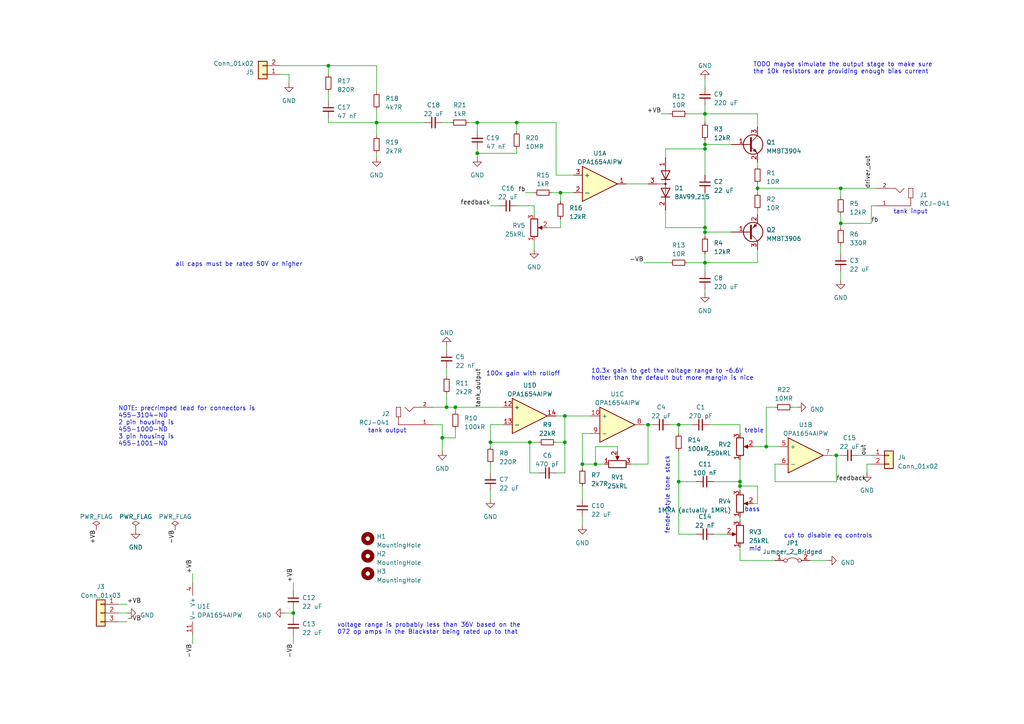
<source format=kicad_sch>
(kicad_sch (version 20230121) (generator eeschema)
  (paper "A4")
  (lib_symbols
    (symbol "Connector_Generic:Conn_01x02" (pin_names (offset 1.016) hide)
      (property "Reference" "J" (at 0 2.54 0))
      (property "Value" "Conn_01x02" (at 0 -5.08 0))
      (symbol "Conn_01x02_1_1"
        (rectangle (start -1.27 -2.413) (end 0 -2.667) (stroke (width 0.1524)))
        (rectangle (start -1.27 0.127) (end 0 -0.127) (stroke (width 0.1524)))
        (rectangle (start -1.27 1.27) (end 1.27 -3.81) (stroke (width 0.254)) (fill (type background)))
        (pin passive line (at -5.08 0 0) (length 3.81) (name "Pin_1") (number "1"))
        (pin passive line (at -5.08 -2.54 0) (length 3.81) (name "Pin_2") (number "2"))
      )
    )
    (symbol "Connector_Generic:Conn_01x03" (pin_names (offset 1.016) hide)
      (property "Reference" "J" (at 0 5.08 0))
      (property "Value" "Conn_01x03" (at 0 -5.08 0))
      (symbol "Conn_01x03_1_1"
        (rectangle (start -1.27 -2.413) (end 0 -2.667) (stroke (width 0.1524)))
        (rectangle (start -1.27 0.127) (end 0 -0.127) (stroke (width 0.1524)))
        (rectangle (start -1.27 2.667) (end 0 2.413) (stroke (width 0.1524)))
        (rectangle (start -1.27 3.81) (end 1.27 -3.81) (stroke (width 0.254)) (fill (type background)))
        (pin passive line (at -5.08 2.54 0) (length 3.81) (name "Pin_1") (number "1"))
        (pin passive line (at -5.08 0 0) (length 3.81) (name "Pin_2") (number "2"))
        (pin passive line (at -5.08 -2.54 0) (length 3.81) (name "Pin_3") (number "3"))
      )
    )
    (symbol "Device:C_Small" (pin_numbers hide) (pin_names (offset 0.254) hide)
      (property "Reference" "C" (at 0.254 1.778 0))
      (property "Value" "C_Small" (at 0.254 -2.032 0))
      (symbol "C_Small_0_1"
        (polyline (pts (xy -1.524 -0.508) (xy 1.524 -0.508)) (stroke (width 0.3302)))
        (polyline (pts (xy -1.524 0.508) (xy 1.524 0.508)) (stroke (width 0.3048)))
      )
      (symbol "C_Small_1_1"
        (pin passive line (at 0 2.54 270) (length 2.032) (name "~") (number "1"))
        (pin passive line (at 0 -2.54 90) (length 2.032) (name "~") (number "2"))
      )
    )
    (symbol "Device:D_Dual_Series_AKC" (pin_names (offset 0.762) hide)
      (property "Reference" "D" (at 1.27 -2.54 0))
      (property "Value" "D_Dual_Series_AKC" (at 0 2.54 0))
      (symbol "D_Dual_Series_AKC_0_1"
        (polyline (pts (xy -3.81 0) (xy 3.81 0)))
        (polyline (pts (xy 0 0) (xy 0 -2.54)))
        (polyline (pts (xy 6.35 0) (xy 7.62 0)))
        (polyline (pts (xy -1.27 -1.27) (xy -1.27 1.27) (xy -1.27 1.27)) (stroke (width 0.254)))
        (polyline (pts (xy 3.81 1.27) (xy 3.81 -1.27) (xy 3.81 -1.27)) (stroke (width 0.254)))
        (polyline (pts (xy -3.81 1.27) (xy -1.27 0) (xy -3.81 -1.27) (xy -3.81 1.27) (xy -3.81 1.27) (xy -3.81 1.27)) (stroke (width 0.254)))
        (polyline (pts (xy 1.27 1.27) (xy 3.81 0) (xy 1.27 -1.27) (xy 1.27 1.27) (xy 1.27 1.27) (xy 1.27 1.27)) (stroke (width 0.254)))
        (circle (center 0 0) (radius 0.254) (fill (type outline)))
        (pin passive line (at -7.62 0 0) (length 3.81) (name "A") (number "1"))
        (pin passive line (at 7.62 0 180) (length 3.81) (name "K") (number "2"))
        (pin passive line (at 0 -5.08 90) (length 2.54) (name "common") (number "3"))
      )
    )
    (symbol "Device:Opamp_Quad"
      (property "Reference" "U" (at 0 5.08 0))
      (property "Value" "Opamp_Quad" (at 0 -5.08 0))
      (symbol "Opamp_Quad_1_1"
        (polyline (pts (xy -5.08 5.08) (xy 5.08 0) (xy -5.08 -5.08) (xy -5.08 5.08)) (stroke (width 0.254)) (fill (type background)))
        (pin output line (at 7.62 0 180) (length 2.54) (name "~") (number "1"))
        (pin input line (at -7.62 -2.54 0) (length 2.54) (name "-") (number "2"))
        (pin input line (at -7.62 2.54 0) (length 2.54) (name "+") (number "3"))
      )
      (symbol "Opamp_Quad_2_1"
        (polyline (pts (xy -5.08 5.08) (xy 5.08 0) (xy -5.08 -5.08) (xy -5.08 5.08)) (stroke (width 0.254)) (fill (type background)))
        (pin input line (at -7.62 2.54 0) (length 2.54) (name "+") (number "5"))
        (pin input line (at -7.62 -2.54 0) (length 2.54) (name "-") (number "6"))
        (pin output line (at 7.62 0 180) (length 2.54) (name "~") (number "7"))
      )
      (symbol "Opamp_Quad_3_1"
        (polyline (pts (xy -5.08 5.08) (xy 5.08 0) (xy -5.08 -5.08) (xy -5.08 5.08)) (stroke (width 0.254)) (fill (type background)))
        (pin input line (at -7.62 2.54 0) (length 2.54) (name "+") (number "10"))
        (pin output line (at 7.62 0 180) (length 2.54) (name "~") (number "8"))
        (pin input line (at -7.62 -2.54 0) (length 2.54) (name "-") (number "9"))
      )
      (symbol "Opamp_Quad_4_1"
        (polyline (pts (xy -5.08 5.08) (xy 5.08 0) (xy -5.08 -5.08) (xy -5.08 5.08)) (stroke (width 0.254)) (fill (type background)))
        (pin input line (at -7.62 2.54 0) (length 2.54) (name "+") (number "12"))
        (pin input line (at -7.62 -2.54 0) (length 2.54) (name "-") (number "13"))
        (pin output line (at 7.62 0 180) (length 2.54) (name "~") (number "14"))
      )
      (symbol "Opamp_Quad_5_1"
        (pin power_in line (at -2.54 -7.62 90) (length 3.81) (name "V-") (number "11"))
        (pin power_in line (at -2.54 7.62 270) (length 3.81) (name "V+") (number "4"))
      )
    )
    (symbol "Device:Q_NPN_BEC" (pin_names (offset 0) hide)
      (property "Reference" "Q" (at 5.08 1.27 0))
      (property "Value" "Q_NPN_BEC" (at 5.08 -1.27 0))
      (symbol "Q_NPN_BEC_0_1"
        (polyline (pts (xy 0.635 0.635) (xy 2.54 2.54)))
        (polyline (pts (xy 0.635 -0.635) (xy 2.54 -2.54) (xy 2.54 -2.54)))
        (polyline (pts (xy 0.635 1.905) (xy 0.635 -1.905) (xy 0.635 -1.905)) (stroke (width 0.508)))
        (polyline (pts (xy 1.27 -1.778) (xy 1.778 -1.27) (xy 2.286 -2.286) (xy 1.27 -1.778) (xy 1.27 -1.778)) (fill (type outline)))
        (circle (center 1.27 0) (radius 2.8194) (stroke (width 0.254)))
      )
      (symbol "Q_NPN_BEC_1_1"
        (pin input line (at -5.08 0 0) (length 5.715) (name "B") (number "1"))
        (pin passive line (at 2.54 -5.08 90) (length 2.54) (name "E") (number "2"))
        (pin passive line (at 2.54 5.08 270) (length 2.54) (name "C") (number "3"))
      )
    )
    (symbol "Device:Q_PNP_BEC" (pin_names (offset 0) hide)
      (property "Reference" "Q" (at 5.08 1.27 0))
      (property "Value" "Q_PNP_BEC" (at 5.08 -1.27 0))
      (symbol "Q_PNP_BEC_0_1"
        (polyline (pts (xy 0.635 0.635) (xy 2.54 2.54)))
        (polyline (pts (xy 0.635 -0.635) (xy 2.54 -2.54) (xy 2.54 -2.54)))
        (polyline (pts (xy 0.635 1.905) (xy 0.635 -1.905) (xy 0.635 -1.905)) (stroke (width 0.508)))
        (polyline (pts (xy 2.286 -1.778) (xy 1.778 -2.286) (xy 1.27 -1.27) (xy 2.286 -1.778) (xy 2.286 -1.778)) (fill (type outline)))
        (circle (center 1.27 0) (radius 2.8194) (stroke (width 0.254)))
      )
      (symbol "Q_PNP_BEC_1_1"
        (pin input line (at -5.08 0 0) (length 5.715) (name "B") (number "1"))
        (pin passive line (at 2.54 -5.08 90) (length 2.54) (name "E") (number "2"))
        (pin passive line (at 2.54 5.08 270) (length 2.54) (name "C") (number "3"))
      )
    )
    (symbol "Device:R_Potentiometer" (pin_names (offset 1.016) hide)
      (property "Reference" "RV" (at -4.445 0 90))
      (property "Value" "R_Potentiometer" (at -2.54 0 90))
      (symbol "R_Potentiometer_0_1"
        (polyline (pts (xy 2.54 0) (xy 1.524 0)))
        (polyline (pts (xy 1.143 0) (xy 2.286 0.508) (xy 2.286 -0.508) (xy 1.143 0)) (fill (type outline)))
        (rectangle (start 1.016 2.54) (end -1.016 -2.54) (stroke (width 0.254)))
      )
      (symbol "R_Potentiometer_1_1"
        (pin passive line (at 0 3.81 270) (length 1.27) (name "1") (number "1"))
        (pin passive line (at 3.81 0 180) (length 1.27) (name "2") (number "2"))
        (pin passive line (at 0 -3.81 90) (length 1.27) (name "3") (number "3"))
      )
    )
    (symbol "Device:R_Small" (pin_numbers hide) (pin_names (offset 0.254) hide)
      (property "Reference" "R" (at 0.762 0.508 0))
      (property "Value" "R_Small" (at 0.762 -1.016 0))
      (symbol "R_Small_0_1"
        (rectangle (start -0.762 1.778) (end 0.762 -1.778) (stroke (width 0.2032)))
      )
      (symbol "R_Small_1_1"
        (pin passive line (at 0 2.54 270) (length 0.762) (name "~") (number "1"))
        (pin passive line (at 0 -2.54 90) (length 0.762) (name "~") (number "2"))
      )
    )
    (symbol "Jumper:Jumper_2_Bridged" (pin_names (offset 0) hide)
      (property "Reference" "JP" (at 0 1.905 0))
      (property "Value" "Jumper_2_Bridged" (at 0 -2.54 0))
      (symbol "Jumper_2_Bridged_0_0"
        (circle (center -2.032 0) (radius 0.508))
        (circle (center 2.032 0) (radius 0.508))
      )
      (symbol "Jumper_2_Bridged_0_1"
        (arc (start 1.524 0.254) (mid 0 0.762) (end -1.524 0.254))
      )
      (symbol "Jumper_2_Bridged_1_1"
        (pin passive line (at -5.08 0 0) (length 2.54) (name "A") (number "1"))
        (pin passive line (at 5.08 0 180) (length 2.54) (name "B") (number "2"))
      )
    )
    (symbol "Mechanical:MountingHole" (pin_names (offset 1.016))
      (property "Reference" "H" (at 0 5.08 0))
      (property "Value" "MountingHole" (at 0 3.175 0))
      (symbol "MountingHole_0_1"
        (circle (center 0 0) (radius 1.27) (stroke (width 1.27)))
      )
    )
    (symbol "RCJ-041:RCJ-041" (pin_names (offset 1.016))
      (property "Reference" "J" (at -5.6324 4.096 0))
      (property "Value" "RCJ-041" (at -5.1169 -5.6268 0))
      (symbol "RCJ-041_0_0"
        (polyline (pts (xy -5.715 -0.254) (xy -5.08 -0.254)) (stroke (width 0.1524)))
        (polyline (pts (xy -5.715 2.54) (xy -5.715 -0.254)) (stroke (width 0.1524)))
        (polyline (pts (xy -5.08 -2.54) (xy -5.08 -0.254)) (stroke (width 0.1524)))
        (polyline (pts (xy -5.08 -0.254) (xy -4.445 -0.254)) (stroke (width 0.1524)))
        (polyline (pts (xy -4.445 -0.254) (xy -4.445 2.54)) (stroke (width 0.1524)))
        (polyline (pts (xy -4.445 2.54) (xy -5.715 2.54)) (stroke (width 0.1524)))
        (polyline (pts (xy -1.905 1.27) (xy -3.175 2.54)) (stroke (width 0.1524)))
        (polyline (pts (xy -0.635 2.54) (xy -1.905 1.27)) (stroke (width 0.1524)))
        (polyline (pts (xy 0 -2.54) (xy -5.08 -2.54)) (stroke (width 0.1524)))
        (polyline (pts (xy 0 2.54) (xy -0.635 2.54)) (stroke (width 0.1524)))
        (pin passive line (at 5.08 -2.54 180) (length 5.08) (name "~") (number "1"))
        (pin passive line (at 5.08 2.54 180) (length 5.08) (name "~") (number "2"))
      )
    )
    (symbol "power:GND" (power) (pin_names (offset 0))
      (property "Value" "GND" (at 0 -3.81 0))
      (symbol "GND_0_1"
        (polyline (pts (xy 0 0) (xy 0 -1.27) (xy 1.27 -1.27) (xy 0 -2.54) (xy -1.27 -1.27) (xy 0 -1.27)))
      )
      (symbol "GND_1_1"
        (pin power_in line (at 0 0 270) (length 0) hide (name "GND") (number "1"))
      )
    )
    (symbol "power:PWR_FLAG" (power) (pin_numbers hide) (pin_names (offset 0) hide)
      (property "Value" "PWR_FLAG" (at 0 3.81 0))
      (symbol "PWR_FLAG_0_0"
        (pin power_out line (at 0 0 90) (length 0) (name "pwr") (number "1"))
      )
      (symbol "PWR_FLAG_0_1"
        (polyline (pts (xy 0 0) (xy 0 1.27) (xy -1.016 1.905) (xy 0 2.54) (xy 1.016 1.905) (xy 0 1.27)))
      )
    )
  )
  (junction (at 129.54 118.11))
  (junction (at 214.63 140.97))
  (junction (at 187.96 123.19))
  (junction (at 222.25 129.54))
  (junction (at 138.43 35.56))
  (junction (at 149.86 35.56))
  (junction (at 204.47 67.31))
  (junction (at 132.08 118.11))
  (junction (at 243.84 64.77))
  (junction (at 85.09 177.8))
  (junction (at 162.56 55.88))
  (junction (at 243.84 54.61))
  (junction (at 153.67 128.27))
  (junction (at 214.63 139.7))
  (junction (at 196.85 123.19))
  (junction (at 142.24 128.27))
  (junction (at 242.57 132.08))
  (junction (at 138.43 44.45))
  (junction (at 163.83 128.27))
  (junction (at 204.47 41.91))
  (junction (at 109.22 35.56))
  (junction (at 128.27 127))
  (junction (at 219.71 54.61))
  (junction (at 204.47 66.04))
  (junction (at 204.47 76.2))
  (junction (at 163.83 120.65))
  (junction (at 204.47 43.18))
  (junction (at 168.91 134.62))
  (junction (at 95.25 19.05))
  (junction (at 196.85 139.7))
  (junction (at 172.72 134.62))
  (junction (at 204.47 33.02))
  (wire (pts (xy 149.86 35.56) (xy 149.86 38.1)))
  (wire (pts (xy 125.73 123.19) (xy 128.27 123.19)))
  (wire (pts (xy 207.01 154.94) (xy 210.82 154.94)))
  (wire (pts (xy 166.37 50.8) (xy 161.29 50.8)))
  (wire (pts (xy 163.83 120.65) (xy 171.45 120.65)))
  (wire (pts (xy 142.24 128.27) (xy 142.24 129.54)))
  (wire (pts (xy 160.02 55.88) (xy 162.56 55.88)))
  (wire (pts (xy 194.31 123.19) (xy 196.85 123.19)))
  (wire (pts (xy 142.24 123.19) (xy 146.05 123.19)))
  (wire (pts (xy 252.73 59.69) (xy 252.73 64.77)))
  (wire (pts (xy 214.63 140.97) (xy 214.63 142.24)))
  (wire (pts (xy 222.25 129.54) (xy 226.06 129.54)))
  (wire (pts (xy 243.84 54.61) (xy 254 54.61)))
  (wire (pts (xy 138.43 35.56) (xy 138.43 38.1)))
  (wire (pts (xy 161.29 35.56) (xy 161.29 50.8)))
  (wire (pts (xy 207.01 139.7) (xy 214.63 139.7)))
  (wire (pts (xy 224.79 118.11) (xy 222.25 118.11)))
  (wire (pts (xy 193.04 60.96) (xy 193.04 66.04)))
  (wire (pts (xy 132.08 118.11) (xy 132.08 119.38)))
  (wire (pts (xy 251.46 134.62) (xy 252.73 134.62)))
  (wire (pts (xy 252.73 59.69) (xy 254 59.69)))
  (wire (pts (xy 161.29 35.56) (xy 149.86 35.56)))
  (wire (pts (xy 154.94 69.85) (xy 154.94 72.39)))
  (wire (pts (xy 214.63 133.35) (xy 214.63 139.7)))
  (wire (pts (xy 162.56 58.42) (xy 162.56 55.88)))
  (wire (pts (xy 138.43 35.56) (xy 149.86 35.56)))
  (wire (pts (xy 149.86 44.45) (xy 138.43 44.45)))
  (wire (pts (xy 109.22 31.75) (xy 109.22 35.56)))
  (wire (pts (xy 135.89 35.56) (xy 138.43 35.56)))
  (wire (pts (xy 109.22 35.56) (xy 123.19 35.56)))
  (wire (pts (xy 129.54 118.11) (xy 132.08 118.11)))
  (wire (pts (xy 201.93 154.94) (xy 196.85 154.94)))
  (wire (pts (xy 85.09 168.91) (xy 85.09 171.45)))
  (wire (pts (xy 156.21 128.27) (xy 153.67 128.27)))
  (wire (pts (xy 153.67 128.27) (xy 142.24 128.27)))
  (wire (pts (xy 149.86 59.69) (xy 154.94 59.69)))
  (wire (pts (xy 168.91 134.62) (xy 172.72 134.62)))
  (wire (pts (xy 204.47 43.18) (xy 204.47 50.8)))
  (wire (pts (xy 219.71 140.97) (xy 214.63 140.97)))
  (wire (pts (xy 34.29 180.34) (xy 36.83 180.34)))
  (wire (pts (xy 142.24 59.69) (xy 144.78 59.69)))
  (wire (pts (xy 154.94 59.69) (xy 154.94 62.23)))
  (wire (pts (xy 34.29 175.26) (xy 36.83 175.26)))
  (wire (pts (xy 204.47 35.56) (xy 204.47 33.02)))
  (wire (pts (xy 168.91 134.62) (xy 168.91 135.89)))
  (wire (pts (xy 168.91 140.97) (xy 168.91 144.78)))
  (wire (pts (xy 129.54 106.68) (xy 129.54 109.22)))
  (wire (pts (xy 168.91 125.73) (xy 168.91 134.62)))
  (wire (pts (xy 226.06 134.62) (xy 224.79 134.62)))
  (wire (pts (xy 142.24 134.62) (xy 142.24 137.16)))
  (wire (pts (xy 138.43 43.18) (xy 138.43 44.45)))
  (wire (pts (xy 172.72 134.62) (xy 172.72 129.54)))
  (wire (pts (xy 219.71 33.02) (xy 219.71 36.83)))
  (wire (pts (xy 242.57 132.08) (xy 243.84 132.08)))
  (wire (pts (xy 214.63 158.75) (xy 214.63 162.56)))
  (wire (pts (xy 204.47 33.02) (xy 219.71 33.02)))
  (wire (pts (xy 125.73 118.11) (xy 129.54 118.11)))
  (wire (pts (xy 142.24 128.27) (xy 142.24 123.19)))
  (wire (pts (xy 109.22 44.45) (xy 109.22 45.72)))
  (wire (pts (xy 204.47 67.31) (xy 212.09 67.31)))
  (wire (pts (xy 162.56 66.04) (xy 158.75 66.04)))
  (wire (pts (xy 163.83 120.65) (xy 163.83 128.27)))
  (wire (pts (xy 187.96 123.19) (xy 189.23 123.19)))
  (wire (pts (xy 149.86 43.18) (xy 149.86 44.45)))
  (wire (pts (xy 129.54 114.3) (xy 129.54 118.11)))
  (wire (pts (xy 214.63 139.7) (xy 214.63 140.97)))
  (wire (pts (xy 204.47 30.48) (xy 204.47 33.02)))
  (wire (pts (xy 83.82 24.13) (xy 83.82 21.59)))
  (wire (pts (xy 204.47 76.2) (xy 204.47 78.74)))
  (wire (pts (xy 193.04 66.04) (xy 204.47 66.04)))
  (wire (pts (xy 191.77 33.02) (xy 194.31 33.02)))
  (wire (pts (xy 204.47 40.64) (xy 204.47 41.91)))
  (wire (pts (xy 204.47 73.66) (xy 204.47 76.2)))
  (wire (pts (xy 204.47 22.86) (xy 204.47 25.4)))
  (wire (pts (xy 138.43 44.45) (xy 138.43 45.72)))
  (wire (pts (xy 243.84 64.77) (xy 243.84 62.23)))
  (wire (pts (xy 219.71 46.99) (xy 219.71 48.26)))
  (wire (pts (xy 242.57 139.7) (xy 242.57 132.08)))
  (wire (pts (xy 204.47 66.04) (xy 204.47 67.31)))
  (wire (pts (xy 152.4 55.88) (xy 154.94 55.88)))
  (wire (pts (xy 163.83 137.16) (xy 163.83 128.27)))
  (wire (pts (xy 82.55 177.8) (xy 85.09 177.8)))
  (wire (pts (xy 243.84 71.12) (xy 243.84 73.66)))
  (wire (pts (xy 83.82 21.59) (xy 81.28 21.59)))
  (wire (pts (xy 224.79 134.62) (xy 224.79 139.7)))
  (wire (pts (xy 172.72 129.54) (xy 179.07 129.54)))
  (wire (pts (xy 81.28 19.05) (xy 95.25 19.05)))
  (wire (pts (xy 128.27 127) (xy 128.27 123.19)))
  (wire (pts (xy 229.87 118.11) (xy 231.14 118.11)))
  (wire (pts (xy 187.96 134.62) (xy 187.96 123.19)))
  (wire (pts (xy 219.71 76.2) (xy 219.71 72.39)))
  (wire (pts (xy 182.88 134.62) (xy 187.96 134.62)))
  (wire (pts (xy 163.83 128.27) (xy 161.29 128.27)))
  (wire (pts (xy 196.85 123.19) (xy 196.85 125.73)))
  (wire (pts (xy 85.09 176.53) (xy 85.09 177.8)))
  (wire (pts (xy 161.29 137.16) (xy 163.83 137.16)))
  (wire (pts (xy 199.39 76.2) (xy 204.47 76.2)))
  (wire (pts (xy 243.84 64.77) (xy 243.84 66.04)))
  (wire (pts (xy 187.96 123.19) (xy 186.69 123.19)))
  (wire (pts (xy 95.25 35.56) (xy 109.22 35.56)))
  (wire (pts (xy 219.71 54.61) (xy 219.71 55.88)))
  (wire (pts (xy 214.63 123.19) (xy 205.74 123.19)))
  (wire (pts (xy 181.61 53.34) (xy 187.96 53.34)))
  (wire (pts (xy 218.44 146.05) (xy 219.71 146.05)))
  (wire (pts (xy 55.88 184.15) (xy 55.88 186.69)))
  (wire (pts (xy 243.84 78.74) (xy 243.84 81.28)))
  (wire (pts (xy 132.08 118.11) (xy 146.05 118.11)))
  (wire (pts (xy 224.79 162.56) (xy 214.63 162.56)))
  (wire (pts (xy 199.39 33.02) (xy 204.47 33.02)))
  (wire (pts (xy 204.47 41.91) (xy 212.09 41.91)))
  (wire (pts (xy 196.85 139.7) (xy 201.93 139.7)))
  (wire (pts (xy 204.47 43.18) (xy 204.47 41.91)))
  (wire (pts (xy 95.25 26.67) (xy 95.25 29.21)))
  (wire (pts (xy 219.71 53.34) (xy 219.71 54.61)))
  (wire (pts (xy 161.29 120.65) (xy 163.83 120.65)))
  (wire (pts (xy 196.85 139.7) (xy 196.85 130.81)))
  (wire (pts (xy 251.46 134.62) (xy 251.46 137.16)))
  (wire (pts (xy 186.69 76.2) (xy 194.31 76.2)))
  (wire (pts (xy 219.71 146.05) (xy 219.71 140.97)))
  (wire (pts (xy 218.44 129.54) (xy 222.25 129.54)))
  (wire (pts (xy 95.25 19.05) (xy 109.22 19.05)))
  (wire (pts (xy 196.85 123.19) (xy 200.66 123.19)))
  (wire (pts (xy 156.21 137.16) (xy 153.67 137.16)))
  (wire (pts (xy 168.91 125.73) (xy 171.45 125.73)))
  (wire (pts (xy 252.73 64.77) (xy 243.84 64.77)))
  (wire (pts (xy 85.09 177.8) (xy 85.09 179.07)))
  (wire (pts (xy 224.79 139.7) (xy 242.57 139.7)))
  (wire (pts (xy 142.24 142.24) (xy 142.24 144.78)))
  (wire (pts (xy 234.95 162.56) (xy 240.03 162.56)))
  (wire (pts (xy 162.56 63.5) (xy 162.56 66.04)))
  (wire (pts (xy 241.3 132.08) (xy 242.57 132.08)))
  (wire (pts (xy 214.63 125.73) (xy 214.63 123.19)))
  (wire (pts (xy 34.29 177.8) (xy 36.83 177.8)))
  (wire (pts (xy 248.92 132.08) (xy 252.73 132.08)))
  (wire (pts (xy 153.67 137.16) (xy 153.67 128.27)))
  (wire (pts (xy 85.09 184.15) (xy 85.09 186.69)))
  (wire (pts (xy 128.27 35.56) (xy 130.81 35.56)))
  (wire (pts (xy 204.47 83.82) (xy 204.47 85.09)))
  (wire (pts (xy 128.27 130.81) (xy 128.27 127)))
  (wire (pts (xy 204.47 67.31) (xy 204.47 68.58)))
  (wire (pts (xy 55.88 166.37) (xy 55.88 168.91)))
  (wire (pts (xy 193.04 43.18) (xy 193.04 45.72)))
  (wire (pts (xy 204.47 76.2) (xy 219.71 76.2)))
  (wire (pts (xy 95.25 34.29) (xy 95.25 35.56)))
  (wire (pts (xy 162.56 55.88) (xy 166.37 55.88)))
  (wire (pts (xy 222.25 118.11) (xy 222.25 129.54)))
  (wire (pts (xy 129.54 100.33) (xy 129.54 101.6)))
  (wire (pts (xy 179.07 129.54) (xy 179.07 130.81)))
  (wire (pts (xy 193.04 43.18) (xy 204.47 43.18)))
  (wire (pts (xy 219.71 54.61) (xy 243.84 54.61)))
  (wire (pts (xy 132.08 124.46) (xy 132.08 127)))
  (wire (pts (xy 172.72 134.62) (xy 175.26 134.62)))
  (wire (pts (xy 109.22 35.56) (xy 109.22 39.37)))
  (wire (pts (xy 168.91 149.86) (xy 168.91 152.4)))
  (wire (pts (xy 243.84 54.61) (xy 243.84 57.15)))
  (wire (pts (xy 204.47 55.88) (xy 204.47 66.04)))
  (wire (pts (xy 219.71 60.96) (xy 219.71 62.23)))
  (wire (pts (xy 95.25 19.05) (xy 95.25 21.59)))
  (wire (pts (xy 132.08 127) (xy 128.27 127)))
  (wire (pts (xy 196.85 154.94) (xy 196.85 139.7)))
  (wire (pts (xy 214.63 149.86) (xy 214.63 151.13)))
  (wire (pts (xy 109.22 19.05) (xy 109.22 26.67)))
  (text "treble" (at 215.9 125.73 0) (effects (font (size 1.27 1.27)) (justify left bottom)))
  (text "tank input" (at 259.08 62.23 0) (effects (font (size 1.27 1.27)) (justify left bottom)))
  (text "all caps must be rated 50V or higher" (at 50.8 77.47 0) (effects (font (size 1.27 1.27)) (justify left bottom)))
  (text "mid" (at 217.17 160.02 0) (effects (font (size 1.27 1.27)) (justify left bottom)))
  (text "NOTE: precrimped lead for connectors is \n455-3104-ND \n2 pin housing is\n455-1000-ND\n3 pin housing is\n455-1001-ND" (at 34.29 129.54 0) (effects (font (size 1.27 1.27)) (justify left bottom)))
  (text "bass" (at 215.9 148.59 0) (effects (font (size 1.27 1.27)) (justify left bottom)))
  (text "fender style tone stack" (at 194.31 154.94 90) (effects (font (size 1.27 1.27)) (justify left bottom)))
  (text "TODO maybe simulate the output stage to make sure\nthe 10k resistors are providing enough bias current" (at 218.44 21.59 0) (effects (font (size 1.27 1.27)) (justify left bottom)))
  (text "10.3x gain to get the voltage range to ~6.6V\nhotter than the default but more margin is nice" (at 171.45 110.49 0) (effects (font (size 1.27 1.27)) (justify left bottom)))
  (text "cut to disable eq controls" (at 227.33 156.21 0) (effects (font (size 1.27 1.27)) (justify left bottom)))
  (text "voltage range is probably less than 36V based on the\n072 op amps in the Blackstar being rated up to that" (at 97.79 184.15 0) (effects (font (size 1.27 1.27)) (justify left bottom)))
  (text "100x gain with rolloff" (at 140.97 109.22 0) (effects (font (size 1.27 1.27)) (justify left bottom)))
  (text "tank output" (at 106.68 125.73 0) (effects (font (size 1.27 1.27)) (justify left bottom)))
  (label "+VB" (at 27.94 153.67 270))
  (label "feedback" (at 242.57 139.7 0))
  (label "fb" (at 152.4 55.88 180))
  (label "+VB" (at 36.83 175.26 0))
  (label "-VB" (at 186.69 76.2 180))
  (label "+VB" (at 55.88 166.37 90))
  (label "feedback" (at 142.24 59.69 180))
  (label "fb" (at 252.73 64.77 0))
  (label "+VB" (at 191.77 33.02 180))
  (label "+VB" (at 85.09 168.91 90))
  (label "-VB" (at 55.88 186.69 270))
  (label "out" (at 251.46 132.08 90))
  (label "driver_out" (at 252.73 54.61 90))
  (label "tank_output" (at 139.7 118.11 90))
  (label "-VB" (at 36.83 180.34 0))
  (label "-VB" (at 50.8 153.67 270))
  (label "-VB" (at 85.09 186.69 270))
  (symbol (lib_id "Device:C_Small") (at 246.38 132.08 90) (unit 1)
    (property "Reference" "C15" (at 246.3863 127 90))
    (property "Value" "22 uF" (at 246.3863 129.54 90))
    (property "Footprint" "Capacitor_SMD:C_1206_3216Metric_Pad1.33x1.80mm_HandSolder" (effects hide))
    (property "Digikey" "445-8045-1-ND" (effects hide))
  )
  (symbol (lib_id "Device:C_Small") (at 168.91 147.32 180) (unit 1)
    (property "Reference" "C10" (at 171.45 146.6786 0) (effects (justify right)))
    (property "Value" "22 uF" (at 171.45 149.2186 0) (effects (justify right)))
    (property "Footprint" "Capacitor_SMD:C_1206_3216Metric_Pad1.33x1.80mm_HandSolder" (effects hide))
    (property "Digikey" "445-8045-1-ND" (effects hide))
  )
  (symbol (lib_id "Device:C_Small") (at 125.73 35.56 90) (unit 1)
    (property "Reference" "C18" (at 125.7363 30.48 90))
    (property "Value" "22 uF" (at 125.7363 33.02 90))
    (property "Footprint" "Capacitor_SMD:C_1206_3216Metric_Pad1.33x1.80mm_HandSolder" (effects hide))
    (property "Digikey" "445-8045-1-ND" (effects hide))
  )
  (symbol (lib_id "Device:R_Small") (at 109.22 41.91 0) (unit 1)
    (property "Reference" "R19" (at 111.76 41.275 0) (effects (justify left)))
    (property "Value" "2k7R" (at 111.76 43.815 0) (effects (justify left)))
    (property "Footprint" "Resistor_SMD:R_0603_1608Metric_Pad0.98x0.95mm_HandSolder" (effects hide))
    (property "Digikey" "311-2.7KGRCT-ND" (effects hide))
  )
  (symbol (lib_id "Device:C_Small") (at 204.47 81.28 0) (unit 1)
    (property "Reference" "C8" (at 207.01 80.6513 0) (effects (justify left)))
    (property "Value" "220 uF" (at 207.01 83.1913 0) (effects (justify left)))
    (property "Footprint" "Capacitor_SMD:CP_Elec_8x10" (effects hide))
    (property "Digikey" "565-EMZR500ARA221MHA0GCT-ND" (effects hide))
  )
  (symbol (lib_id "Device:D_Dual_Series_AKC") (at 193.04 53.34 270) (unit 1)
    (property "Reference" "D1" (at 195.58 54.5465 90) (effects (justify left)))
    (property "Value" "BAV99,215" (at 195.58 57.0865 90) (effects (justify left)))
    (property "Footprint" "Package_TO_SOT_SMD:SOT-23" (effects hide))
    (property "Digikey" "1727-2914-1-ND" (effects hide))
  )
  (symbol (lib_id "Device:R_Small") (at 95.25 24.13 0) (unit 1)
    (property "Reference" "R17" (at 97.79 23.495 0) (effects (justify left)))
    (property "Value" "820R" (at 97.79 26.035 0) (effects (justify left)))
    (property "Footprint" "Resistor_SMD:R_0603_1608Metric_Pad0.98x0.95mm_HandSolder" (effects hide))
    (property "Digikey" "311-820GRCT-ND" (effects hide))
  )
  (symbol (lib_id "Connector_Generic:Conn_01x03") (at 29.21 177.8 0) (mirror y) (unit 1)
    (property "Reference" "J3" (at 29.21 170.18 0))
    (property "Value" "Conn_01x03" (at 29.21 172.72 0))
    (property "Footprint" "Connector_JST:JST_EH_B3B-EH-A_1x03_P2.50mm_Vertical" (effects hide))
    (property "Digikey" "455-1612-ND" (effects hide))
  )
  (symbol (lib_id "Device:C_Small") (at 85.09 181.61 0) (unit 1)
    (property "Reference" "C13" (at 87.63 180.9813 0) (effects (justify left)))
    (property "Value" "22 uF" (at 87.63 183.5213 0) (effects (justify left)))
    (property "Footprint" "Capacitor_SMD:C_1206_3216Metric_Pad1.33x1.80mm_HandSolder" (effects hide))
    (property "Digikey" "445-8045-1-ND" (effects hide))
  )
  (symbol (lib_id "Device:R_Potentiometer") (at 214.63 146.05 0) (mirror x) (unit 1)
    (property "Reference" "RV4" (at 212.09 145.415 0) (effects (justify right)))
    (property "Value" "1MRA (actually 1MRL)" (at 212.09 147.955 0) (effects (justify right)))
    (property "Footprint" "Potentiometer_THT:Potentiometer_Bourns_3386P_Vertical" (effects hide))
    (property "Digikey" "3386P-105LF-ND" (effects hide))
  )
  (symbol (lib_id "Device:R_Small") (at 168.91 138.43 0) (mirror y) (unit 1)
    (property "Reference" "R7" (at 171.45 137.795 0) (effects (justify right)))
    (property "Value" "2k7R" (at 171.45 140.335 0) (effects (justify right)))
    (property "Footprint" "Resistor_SMD:R_0603_1608Metric_Pad0.98x0.95mm_HandSolder" (effects hide))
    (property "Digikey" "311-2.7KGRCT-ND" (effects hide))
  )
  (symbol (lib_id "Device:R_Small") (at 196.85 76.2 90) (unit 1)
    (property "Reference" "R13" (at 196.85 71.12 90))
    (property "Value" "10R" (at 196.85 73.66 90))
    (property "Footprint" "Resistor_SMD:R_0603_1608Metric_Pad0.98x0.95mm_HandSolder" (effects hide))
    (property "Digikey" "1292-WR06X100JTLCT-ND" (effects hide))
  )
  (symbol (lib_id "Device:R_Small") (at 132.08 121.92 0) (unit 1)
    (property "Reference" "R10" (at 134.62 121.285 0) (effects (justify left)))
    (property "Value" "100kR" (at 134.62 123.825 0) (effects (justify left)))
    (property "Footprint" "Resistor_SMD:R_0603_1608Metric_Pad0.98x0.95mm_HandSolder" (effects hide))
    (property "Digikey" "311-100KHRCT-ND" (effects hide))
  )
  (symbol (lib_id "power:PWR_FLAG") (at 39.37 153.67 0) (unit 1)
    (property "Reference" "#FLG02" (effects hide))
    (property "Value" "PWR_FLAG" (at 39.37 149.86 0))
  )
  (symbol (lib_id "Device:R_Small") (at 196.85 128.27 0) (unit 1)
    (property "Reference" "R14" (at 199.39 127.635 0) (effects (justify left)))
    (property "Value" "100kR" (at 199.39 130.175 0) (effects (justify left)))
    (property "Footprint" "Resistor_SMD:R_0603_1608Metric_Pad0.98x0.95mm_HandSolder" (effects hide))
    (property "Digikey" "311-100KHRCT-ND" (effects hide))
  )
  (symbol (lib_id "Device:C_Small") (at 95.25 31.75 0) (unit 1)
    (property "Reference" "C17" (at 97.79 31.1213 0) (effects (justify left)))
    (property "Value" "47 nF" (at 97.79 33.6613 0) (effects (justify left)))
    (property "Footprint" "Capacitor_SMD:C_0603_1608Metric_Pad1.08x0.95mm_HandSolder" (effects hide))
    (property "Digikey" "1276-1063-1-ND" (effects hide))
  )
  (symbol (lib_id "Device:R_Small") (at 219.71 50.8 0) (unit 1)
    (property "Reference" "R1" (at 222.25 50.165 0) (effects (justify left)))
    (property "Value" "10R" (at 222.25 52.705 0) (effects (justify left)))
    (property "Footprint" "Resistor_SMD:R_0603_1608Metric_Pad0.98x0.95mm_HandSolder" (effects hide))
    (property "Digikey" "1292-WR06X100JTLCT-ND" (effects hide))
  )
  (symbol (lib_id "Device:Opamp_Quad") (at 153.67 120.65 0) (unit 4)
    (property "Reference" "U1" (at 153.67 111.76 0))
    (property "Value" "OPA1654AIPW" (at 153.67 114.3 0))
    (property "Footprint" "Package_SO:TSSOP-14_4.4x5mm_P0.65mm" (effects hide))
    (property "Digikey" "296-30334-5-ND" (effects hide))
  )
  (symbol (lib_id "Device:R_Small") (at 158.75 128.27 90) (unit 1)
    (property "Reference" "R9" (at 158.75 123.19 90))
    (property "Value" "22kR" (at 158.75 125.73 90))
    (property "Footprint" "Resistor_SMD:R_0603_1608Metric_Pad0.98x0.95mm_HandSolder" (effects hide))
    (property "Digikey" "311-22.0KHRCT-ND" (effects hide))
  )
  (symbol (lib_id "Device:Q_NPN_BEC") (at 217.17 41.91 0) (unit 1)
    (property "Reference" "Q1" (at 222.25 41.275 0) (effects (justify left)))
    (property "Value" "MMBT3904" (at 222.25 43.815 0) (effects (justify left)))
    (property "Footprint" "Package_TO_SOT_SMD:SOT-23" (effects hide))
    (property "Digikey" "1727-4044-1-ND" (effects hide))
  )
  (symbol (lib_id "power:GND") (at 243.84 81.28 0) (unit 1)
    (property "Reference" "#PWR01" (effects hide))
    (property "Value" "GND" (at 243.84 86.36 0))
  )
  (symbol (lib_id "Device:R_Small") (at 129.54 111.76 0) (unit 1)
    (property "Reference" "R11" (at 132.08 111.125 0) (effects (justify left)))
    (property "Value" "2k2R" (at 132.08 113.665 0) (effects (justify left)))
    (property "Footprint" "Resistor_SMD:R_0603_1608Metric_Pad0.98x0.95mm_HandSolder" (effects hide))
    (property "Digikey" "13-RC0603FR-132K2LCT-ND" (effects hide))
  )
  (symbol (lib_id "Device:C_Small") (at 204.47 139.7 90) (unit 1)
    (property "Reference" "C11" (at 204.4763 134.62 90))
    (property "Value" "100 nF" (at 204.4763 137.16 90))
    (property "Footprint" "Capacitor_SMD:C_0603_1608Metric_Pad1.08x0.95mm_HandSolder" (effects hide))
    (property "Digikey" "1276-CL10B104KB8NNNLCT-ND" (effects hide))
  )
  (symbol (lib_id "power:GND") (at 39.37 153.67 0) (unit 1)
    (property "Reference" "#PWR017" (effects hide))
    (property "Value" "GND" (at 39.37 158.75 0))
  )
  (symbol (lib_id "Device:R_Small") (at 149.86 40.64 0) (unit 1)
    (property "Reference" "R20" (at 152.4 40.005 0) (effects (justify left)))
    (property "Value" "10MR" (at 152.4 42.545 0) (effects (justify left)))
    (property "Footprint" "Resistor_SMD:R_0603_1608Metric_Pad0.98x0.95mm_HandSolder" (effects hide))
    (property "Digikey" "311-10MGRCT-ND" (effects hide))
  )
  (symbol (lib_id "Device:Opamp_Quad") (at 173.99 53.34 0) (unit 1)
    (property "Reference" "U1" (at 173.99 44.45 0))
    (property "Value" "OPA1654AIPW" (at 173.99 46.99 0))
    (property "Footprint" "Package_SO:TSSOP-14_4.4x5mm_P0.65mm" (effects hide))
    (property "Digikey" "296-30334-5-ND" (effects hide))
  )
  (symbol (lib_id "Device:Opamp_Quad") (at 58.42 176.53 0) (unit 5)
    (property "Reference" "U1" (at 57.15 175.895 0) (effects (justify left)))
    (property "Value" "OPA1654AIPW" (at 57.15 178.435 0) (effects (justify left)))
    (property "Footprint" "Package_SO:TSSOP-14_4.4x5mm_P0.65mm" (effects hide))
    (property "Digikey" "296-30334-5-ND" (effects hide))
  )
  (symbol (lib_id "Mechanical:MountingHole") (at 106.68 156.21 0) (unit 1)
    (property "Reference" "H1" (at 109.22 155.575 0) (effects (justify left)))
    (property "Value" "MountingHole" (at 109.22 158.115 0) (effects (justify left)))
    (property "Footprint" "MountingHole:MountingHole_3.2mm_M3" (effects hide))
    (property "Digikey" "NoPart" (effects hide))
  )
  (symbol (lib_id "Device:C_Small") (at 203.2 123.19 90) (unit 1)
    (property "Reference" "C1" (at 203.2063 118.11 90))
    (property "Value" "270 pF" (at 203.2063 120.65 90))
    (property "Footprint" "Capacitor_SMD:C_0402_1005Metric_Pad0.74x0.62mm_HandSolder" (effects hide))
    (property "Digikey" "445-5601-1-ND" (effects hide))
  )
  (symbol (lib_id "Device:R_Small") (at 142.24 132.08 0) (unit 1)
    (property "Reference" "R8" (at 144.78 131.445 0) (effects (justify left)))
    (property "Value" "220R" (at 144.78 133.985 0) (effects (justify left)))
    (property "Footprint" "Resistor_SMD:R_0603_1608Metric_Pad0.98x0.95mm_HandSolder" (effects hide))
    (property "Digikey" "1292-WR06X221JTLCT-ND" (effects hide))
  )
  (symbol (lib_id "Device:R_Small") (at 157.48 55.88 270) (unit 1)
    (property "Reference" "R15" (at 157.48 50.8 90))
    (property "Value" "1kR" (at 157.48 53.34 90))
    (property "Footprint" "Resistor_SMD:R_0603_1608Metric_Pad0.98x0.95mm_HandSolder" (effects hide))
    (property "Digikey" "RNCP0603FTD1K00CT-ND" (effects hide))
  )
  (symbol (lib_id "power:GND") (at 251.46 137.16 0) (unit 1)
    (property "Reference" "#PWR09" (effects hide))
    (property "Value" "GND" (at 251.46 142.24 0))
  )
  (symbol (lib_id "Device:R_Small") (at 196.85 33.02 90) (unit 1)
    (property "Reference" "R12" (at 196.85 27.94 90))
    (property "Value" "10R" (at 196.85 30.48 90))
    (property "Footprint" "Resistor_SMD:R_0603_1608Metric_Pad0.98x0.95mm_HandSolder" (effects hide))
    (property "Digikey" "1292-WR06X100JTLCT-ND" (effects hide))
  )
  (symbol (lib_id "power:GND") (at 129.54 100.33 180) (unit 1)
    (property "Reference" "#PWR05" (effects hide))
    (property "Value" "GND" (at 129.54 96.52 0))
  )
  (symbol (lib_id "Device:R_Small") (at 227.33 118.11 90) (unit 1)
    (property "Reference" "R22" (at 227.33 113.03 90))
    (property "Value" "10MR" (at 227.33 115.57 90))
    (property "Footprint" "Resistor_SMD:R_0603_1608Metric_Pad0.98x0.95mm_HandSolder" (effects hide))
    (property "Digikey" "311-10MGRCT-ND" (effects hide))
  )
  (symbol (lib_id "Device:C_Small") (at 191.77 123.19 90) (unit 1)
    (property "Reference" "C4" (at 191.7763 118.11 90))
    (property "Value" "22 uF" (at 191.7763 120.65 90))
    (property "Footprint" "Capacitor_SMD:C_1206_3216Metric_Pad1.33x1.80mm_HandSolder" (effects hide))
    (property "Digikey" "445-8045-1-ND" (effects hide))
  )
  (symbol (lib_id "power:GND") (at 240.03 162.56 90) (unit 1)
    (property "Reference" "#PWR010" (effects hide))
    (property "Value" "GND" (at 243.84 163.195 90) (effects (justify right)))
  )
  (symbol (lib_id "power:GND") (at 168.91 152.4 0) (unit 1)
    (property "Reference" "#PWR08" (effects hide))
    (property "Value" "GND" (at 168.91 157.48 0))
  )
  (symbol (lib_id "power:GND") (at 138.43 45.72 0) (unit 1)
    (property "Reference" "#PWR013" (effects hide))
    (property "Value" "GND" (at 138.43 50.8 0))
  )
  (symbol (lib_id "Device:R_Small") (at 243.84 59.69 0) (mirror y) (unit 1)
    (property "Reference" "R5" (at 246.38 59.055 0) (effects (justify right)))
    (property "Value" "12kR" (at 246.38 61.595 0) (effects (justify right)))
    (property "Footprint" "Resistor_SMD:R_0603_1608Metric_Pad0.98x0.95mm_HandSolder" (effects hide))
    (property "Digikey" "13-RC0603FR-1312KLCT-ND" (effects hide))
  )
  (symbol (lib_id "power:GND") (at 82.55 177.8 270) (unit 1)
    (property "Reference" "#PWR011" (effects hide))
    (property "Value" "GND" (at 78.74 178.435 90) (effects (justify right)))
  )
  (symbol (lib_id "power:PWR_FLAG") (at 27.94 153.67 0) (unit 1)
    (property "Reference" "#FLG01" (effects hide))
    (property "Value" "PWR_FLAG" (at 27.94 149.86 0))
  )
  (symbol (lib_id "Device:R_Potentiometer") (at 214.63 129.54 0) (mirror x) (unit 1)
    (property "Reference" "RV2" (at 212.09 128.905 0) (effects (justify right)))
    (property "Value" "250kRL" (at 212.09 131.445 0) (effects (justify right)))
    (property "Footprint" "Potentiometer_THT:Potentiometer_Bourns_3386P_Vertical" (effects hide))
    (property "Digikey" "3386P-254LF-ND" (effects hide))
  )
  (symbol (lib_id "Device:C_Small") (at 158.75 137.16 90) (unit 1)
    (property "Reference" "C6" (at 158.7563 132.08 90))
    (property "Value" "470 pF" (at 158.7563 134.62 90))
    (property "Footprint" "Capacitor_SMD:C_0402_1005Metric_Pad0.74x0.62mm_HandSolder" (effects hide))
    (property "Digikey" "1292-1328-1-ND" (effects hide))
  )
  (symbol (lib_id "Connector_Generic:Conn_01x02") (at 76.2 21.59 180) (unit 1)
    (property "Reference" "J5" (at 73.66 20.955 0) (effects (justify left)))
    (property "Value" "Conn_01x02" (at 73.66 18.415 0) (effects (justify left)))
    (property "Footprint" "Connector_JST:JST_EH_B2B-EH-A_1x02_P2.50mm_Vertical" (effects hide))
    (property "Digikey" "455-1611-ND" (effects hide))
  )
  (symbol (lib_id "Device:R_Potentiometer") (at 154.94 66.04 0) (mirror x) (unit 1)
    (property "Reference" "RV5" (at 152.4 65.405 0) (effects (justify right)))
    (property "Value" "25kRL" (at 152.4 67.945 0) (effects (justify right)))
    (property "Footprint" "Potentiometer_THT:Potentiometer_Bourns_3386P_Vertical" (effects hide))
    (property "Digikey" "3386P-253LF-ND" (effects hide))
  )
  (symbol (lib_id "Connector_Generic:Conn_01x02") (at 257.81 132.08 0) (unit 1)
    (property "Reference" "J4" (at 260.35 132.715 0) (effects (justify left)))
    (property "Value" "Conn_01x02" (at 260.35 135.255 0) (effects (justify left)))
    (property "Footprint" "Connector_JST:JST_EH_B2B-EH-A_1x02_P2.50mm_Vertical" (effects hide))
    (property "Digikey" "455-1611-ND" (effects hide))
  )
  (symbol (lib_id "power:GND") (at 204.47 22.86 180) (unit 1)
    (property "Reference" "#PWR06" (effects hide))
    (property "Value" "GND" (at 204.47 19.05 0))
  )
  (symbol (lib_id "Device:R_Small") (at 133.35 35.56 90) (unit 1)
    (property "Reference" "R21" (at 133.35 30.48 90))
    (property "Value" "1kR" (at 133.35 33.02 90))
    (property "Footprint" "Resistor_SMD:R_0603_1608Metric_Pad0.98x0.95mm_HandSolder" (effects hide))
    (property "Digikey" "RNCP0603FTD1K00CT-ND" (effects hide))
  )
  (symbol (lib_id "power:PWR_FLAG") (at 50.8 153.67 0) (unit 1)
    (property "Reference" "#FLG03" (effects hide))
    (property "Value" "PWR_FLAG" (at 50.8 149.86 0))
  )
  (symbol (lib_id "power:GND") (at 83.82 24.13 0) (unit 1)
    (property "Reference" "#PWR015" (effects hide))
    (property "Value" "GND" (at 83.82 29.21 0))
  )
  (symbol (lib_id "Mechanical:MountingHole") (at 106.68 161.29 0) (unit 1)
    (property "Reference" "H2" (at 109.22 160.655 0) (effects (justify left)))
    (property "Value" "MountingHole" (at 109.22 163.195 0) (effects (justify left)))
    (property "Footprint" "MountingHole:MountingHole_3.2mm_M3" (effects hide))
    (property "Digikey" "NoPart" (effects hide))
  )
  (symbol (lib_id "Device:Opamp_Quad") (at 179.07 123.19 0) (unit 3)
    (property "Reference" "U1" (at 179.07 114.3 0))
    (property "Value" "OPA1654AIPW" (at 179.07 116.84 0))
    (property "Footprint" "Package_SO:TSSOP-14_4.4x5mm_P0.65mm" (effects hide))
    (property "Digikey" "296-30334-5-ND" (effects hide))
  )
  (symbol (lib_id "Device:Opamp_Quad") (at 233.68 132.08 0) (unit 2)
    (property "Reference" "U1" (at 233.68 123.19 0))
    (property "Value" "OPA1654AIPW" (at 233.68 125.73 0))
    (property "Footprint" "Package_SO:TSSOP-14_4.4x5mm_P0.65mm" (effects hide))
    (property "Digikey" "296-30334-5-ND" (effects hide))
  )
  (symbol (lib_id "Jumper:Jumper_2_Bridged") (at 229.87 162.56 0) (unit 1)
    (property "Reference" "JP1" (at 229.87 157.48 0))
    (property "Value" "Jumper_2_Bridged" (at 229.87 160.02 0))
    (property "Footprint" "Jumper:SolderJumper-2_P1.3mm_Bridged_RoundedPad1.0x1.5mm" (effects hide))
    (property "Digikey" "NoPart" (effects hide))
  )
  (symbol (lib_id "Device:C_Small") (at 85.09 173.99 0) (unit 1)
    (property "Reference" "C12" (at 87.63 173.3613 0) (effects (justify left)))
    (property "Value" "22 uF" (at 87.63 175.9013 0) (effects (justify left)))
    (property "Footprint" "Capacitor_SMD:C_1206_3216Metric_Pad1.33x1.80mm_HandSolder" (effects hide))
    (property "Digikey" "445-8045-1-ND" (effects hide))
  )
  (symbol (lib_id "Device:R_Small") (at 204.47 71.12 0) (unit 1)
    (property "Reference" "R4" (at 207.01 70.485 0) (effects (justify left)))
    (property "Value" "12kR" (at 207.01 73.025 0) (effects (justify left)))
    (property "Footprint" "Resistor_SMD:R_0603_1608Metric_Pad0.98x0.95mm_HandSolder" (effects hide))
    (property "Digikey" "13-RC0603FR-1312KLCT-ND" (effects hide))
  )
  (symbol (lib_id "Device:R_Potentiometer") (at 214.63 154.94 180) (unit 1)
    (property "Reference" "RV3" (at 217.17 154.305 0) (effects (justify right)))
    (property "Value" "25kRL" (at 217.17 156.845 0) (effects (justify right)))
    (property "Footprint" "Potentiometer_THT:Potentiometer_Bourns_3386P_Vertical" (effects hide))
    (property "Digikey" "3386P-253LF-ND" (effects hide))
  )
  (symbol (lib_id "power:GND") (at 142.24 144.78 0) (unit 1)
    (property "Reference" "#PWR04" (effects hide))
    (property "Value" "GND" (at 142.24 149.86 0))
  )
  (symbol (lib_id "Device:C_Small") (at 243.84 76.2 0) (unit 1)
    (property "Reference" "C3" (at 246.38 75.5713 0) (effects (justify left)))
    (property "Value" "22 uF" (at 246.38 78.1113 0) (effects (justify left)))
    (property "Footprint" "Capacitor_SMD:C_1206_3216Metric_Pad1.33x1.80mm_HandSolder" (effects hide))
    (property "Digikey" "445-8045-1-ND" (effects hide))
  )
  (symbol (lib_id "RCJ-041:RCJ-041") (at 259.08 57.15 0) (mirror y) (unit 1)
    (property "Reference" "J1" (at 266.7 56.515 0) (effects (justify right)))
    (property "Value" "RCJ-041" (at 266.7 59.055 0) (effects (justify right)))
    (property "Footprint" "CUI_RCJ-041" (effects hide))
    (property "MF" "CUI Devices" (effects hide))
    (property "PACKAGE" "None" (effects hide))
    (property "PRICE" "None" (effects hide))
    (property "MP" "RCJ-041" (effects hide))
    (property "Digikey" "CP-1418-ND" (effects hide))
  )
  (symbol (lib_id "Device:C_Small") (at 147.32 59.69 90) (unit 1)
    (property "Reference" "C16" (at 147.3263 54.61 90))
    (property "Value" "22 uF" (at 147.3263 57.15 90))
    (property "Footprint" "Capacitor_SMD:C_1206_3216Metric_Pad1.33x1.80mm_HandSolder" (effects hide))
    (property "Digikey" "445-8045-1-ND" (effects hide))
  )
  (symbol (lib_id "Mechanical:MountingHole") (at 106.68 166.37 0) (unit 1)
    (property "Reference" "H3" (at 109.22 165.735 0) (effects (justify left)))
    (property "Value" "MountingHole" (at 109.22 168.275 0) (effects (justify left)))
    (property "Footprint" "MountingHole:MountingHole_3.2mm_M3" (effects hide))
    (property "Digikey" "NoPart" (effects hide))
  )
  (symbol (lib_id "Device:R_Small") (at 219.71 58.42 0) (unit 1)
    (property "Reference" "R2" (at 222.25 57.785 0) (effects (justify left)))
    (property "Value" "10R" (at 222.25 60.325 0) (effects (justify left)))
    (property "Footprint" "Resistor_SMD:R_0603_1608Metric_Pad0.98x0.95mm_HandSolder" (effects hide))
    (property "Digikey" "1292-WR06X100JTLCT-ND" (effects hide))
  )
  (symbol (lib_id "power:GND") (at 204.47 85.09 0) (unit 1)
    (property "Reference" "#PWR07" (effects hide))
    (property "Value" "GND" (at 204.47 90.17 0))
  )
  (symbol (lib_id "Device:R_Small") (at 162.56 60.96 0) (unit 1)
    (property "Reference" "R16" (at 165.1 60.325 0) (effects (justify left)))
    (property "Value" "12kR" (at 165.1 62.865 0) (effects (justify left)))
    (property "Footprint" "Resistor_SMD:R_0603_1608Metric_Pad0.98x0.95mm_HandSolder" (effects hide))
    (property "Digikey" "13-RC0603FR-1312KLCT-ND" (effects hide))
  )
  (symbol (lib_id "power:GND") (at 109.22 45.72 0) (unit 1)
    (property "Reference" "#PWR014" (effects hide))
    (property "Value" "GND" (at 109.22 50.8 0))
  )
  (symbol (lib_id "Device:C_Small") (at 129.54 104.14 0) (unit 1)
    (property "Reference" "C5" (at 132.08 103.5113 0) (effects (justify left)))
    (property "Value" "22 nF" (at 132.08 106.0513 0) (effects (justify left)))
    (property "Footprint" "Capacitor_SMD:C_0805_2012Metric_Pad1.18x1.45mm_HandSolder" (effects hide))
    (property "Digikey" "445-5836-1-ND" (effects hide))
  )
  (symbol (lib_id "power:GND") (at 154.94 72.39 0) (unit 1)
    (property "Reference" "#PWR012" (effects hide))
    (property "Value" "GND" (at 154.94 77.47 0))
  )
  (symbol (lib_id "Device:C_Small") (at 138.43 40.64 180) (unit 1)
    (property "Reference" "C19" (at 140.97 39.9986 0) (effects (justify right)))
    (property "Value" "47 nF" (at 140.97 42.5386 0) (effects (justify right)))
    (property "Footprint" "Capacitor_SMD:C_0603_1608Metric_Pad1.08x0.95mm_HandSolder" (effects hide))
    (property "Digikey" "1276-1063-1-ND" (effects hide))
  )
  (symbol (lib_id "Device:C_Small") (at 204.47 53.34 0) (unit 1)
    (property "Reference" "C2" (at 207.01 52.7113 0) (effects (justify left)))
    (property "Value" "22 uF" (at 207.01 55.2513 0) (effects (justify left)))
    (property "Footprint" "Capacitor_SMD:C_1206_3216Metric_Pad1.33x1.80mm_HandSolder" (effects hide))
    (property "Digikey" "445-8045-1-ND" (effects hide))
  )
  (symbol (lib_id "Device:R_Potentiometer") (at 179.07 134.62 90) (unit 1)
    (property "Reference" "RV1" (at 179.07 138.43 90))
    (property "Value" "25kRL" (at 179.07 140.97 90))
    (property "Footprint" "Potentiometer_THT:Potentiometer_Bourns_3386P_Vertical" (effects hide))
    (property "Digikey" "3386P-253LF-ND" (effects hide))
  )
  (symbol (lib_id "Device:Q_PNP_BEC") (at 217.17 67.31 0) (mirror x) (unit 1)
    (property "Reference" "Q2" (at 222.25 66.675 0) (effects (justify left)))
    (property "Value" "MMBT3906" (at 222.25 69.215 0) (effects (justify left)))
    (property "Footprint" "Package_TO_SOT_SMD:SOT-23" (effects hide))
    (property "Digikey" "1727-4045-1-ND" (effects hide))
  )
  (symbol (lib_id "power:GND") (at 128.27 130.81 0) (unit 1)
    (property "Reference" "#PWR03" (effects hide))
    (property "Value" "GND" (at 128.27 135.89 0))
  )
  (symbol (lib_id "Device:R_Small") (at 204.47 38.1 0) (unit 1)
    (property "Reference" "R3" (at 207.01 37.465 0) (effects (justify left)))
    (property "Value" "12kR" (at 207.01 40.005 0) (effects (justify left)))
    (property "Footprint" "Resistor_SMD:R_0603_1608Metric_Pad0.98x0.95mm_HandSolder" (effects hide))
    (property "Digikey" "13-RC0603FR-1312KLCT-ND" (effects hide))
  )
  (symbol (lib_id "Device:C_Small") (at 142.24 139.7 180) (unit 1)
    (property "Reference" "C7" (at 144.78 139.0586 0) (effects (justify right)))
    (property "Value" "22 uF" (at 144.78 141.5986 0) (effects (justify right)))
    (property "Footprint" "Capacitor_SMD:C_1206_3216Metric_Pad1.33x1.80mm_HandSolder" (effects hide))
    (property "Digikey" "445-8045-1-ND" (effects hide))
  )
  (symbol (lib_id "Device:C_Small") (at 204.47 27.94 0) (unit 1)
    (property "Reference" "C9" (at 207.01 27.3113 0) (effects (justify left)))
    (property "Value" "220 uF" (at 207.01 29.8513 0) (effects (justify left)))
    (property "Footprint" "Capacitor_SMD:CP_Elec_8x10" (effects hide))
    (property "Digikey" "565-EMZR500ARA221MHA0GCT-ND" (effects hide))
  )
  (symbol (lib_id "Device:C_Small") (at 204.47 154.94 90) (unit 1)
    (property "Reference" "C14" (at 204.4763 149.86 90))
    (property "Value" "22 nF" (at 204.4763 152.4 90))
    (property "Footprint" "Capacitor_SMD:C_0805_2012Metric_Pad1.18x1.45mm_HandSolder" (effects hide))
    (property "Digikey" "445-5836-1-ND" (effects hide))
  )
  (symbol (lib_id "Device:R_Small") (at 109.22 29.21 0) (unit 1)
    (property "Reference" "R18" (at 111.76 28.575 0) (effects (justify left)))
    (property "Value" "4k7R" (at 111.76 31.115 0) (effects (justify left)))
    (property "Footprint" "Resistor_SMD:R_0603_1608Metric_Pad0.98x0.95mm_HandSolder" (effects hide))
    (property "Digikey" "311-4.70KHRCT-ND" (effects hide))
  )
  (symbol (lib_id "power:GND") (at 36.83 177.8 90) (unit 1)
    (property "Reference" "#PWR02" (effects hide))
    (property "Value" "GND" (at 40.64 178.435 90) (effects (justify right)))
  )
  (symbol (lib_id "power:GND") (at 231.14 118.11 90) (unit 1)
    (property "Reference" "#PWR016" (effects hide))
    (property "Value" "GND" (at 234.95 118.745 90) (effects (justify right)))
  )
  (symbol (lib_id "Device:R_Small") (at 243.84 68.58 0) (unit 1)
    (property "Reference" "R6" (at 246.38 67.945 0) (effects (justify left)))
    (property "Value" "330R" (at 246.38 70.485 0) (effects (justify left)))
    (property "Footprint" "Resistor_SMD:R_0603_1608Metric_Pad0.98x0.95mm_HandSolder" (effects hide))
    (property "Digikey" "1292-WR06X331JTLCT-ND" (effects hide))
  )
  (symbol (lib_id "RCJ-041:RCJ-041") (at 120.65 120.65 0) (unit 1)
    (property "Reference" "J2" (at 113.03 120.015 0) (effects (justify right)))
    (property "Value" "RCJ-041" (at 113.03 122.555 0) (effects (justify right)))
    (property "Footprint" "CUI_RCJ-041" (effects hide))
    (property "MF" "CUI Devices" (effects hide))
    (property "PACKAGE" "None" (effects hide))
    (property "PRICE" "None" (effects hide))
    (property "MP" "RCJ-041" (effects hide))
    (property "Digikey" "CP-1418-ND" (effects hide))
  )
)
</source>
